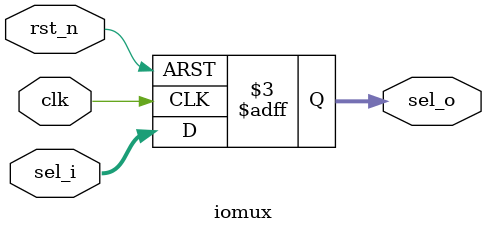
<source format=v>
module iomux (
    input  wire       clk,
    input  wire       rst_n,
    input  wire [3:0] sel_i,
    output reg  [3:0] sel_o
);
    always @(posedge clk or negedge rst_n) begin
        if (!rst_n) begin
            sel_o <= 4'h0;
        end else begin
            sel_o <= sel_i;
        end
    end
endmodule

</source>
